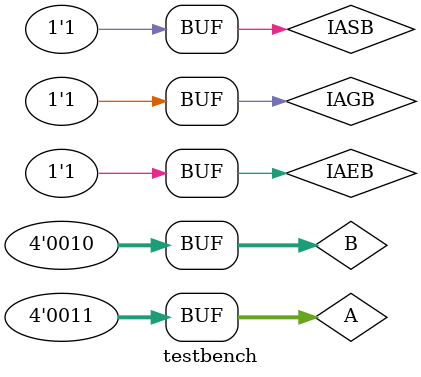
<source format=v>
`timescale 1ns/10ps
module testbench();
reg[3:0]A,B;
reg IAGB,IASB,IAEB;
wire QAGB,QASB,QAEB;


HC85 u1(A,B,QAGB,QASB,QAEB,IAGB,IASB,IAEB);
initial
 begin
 A=0;B=0;
 IAGB=1;IASB=1;IAEB=1;
 #20 
  A=3;B=1;
 
 #20 
  A=1;B=2;

 #20
  A=0;B=0;
  IAGB=0;IASB=0;IAEB=0;
 
 #20 IAGB=0;IASB=0;IAEB=1;
 #20 IAGB=1;IASB=0;IAEB=0;
 #20 IAGB=1;IASB=0;IAEB=1;
 
 #20 IAGB=0;IASB=1;IAEB=0;
 #20 IAGB=0;IASB=1;IAEB=1;
 #20 IAGB=1;IASB=1;IAEB=0;
 #20 IAGB=1;IASB=1;IAEB=1;


 #20
  A=5;B=9;
 
 #20
  A=3;B=2;
 
 end
endmodule
</source>
